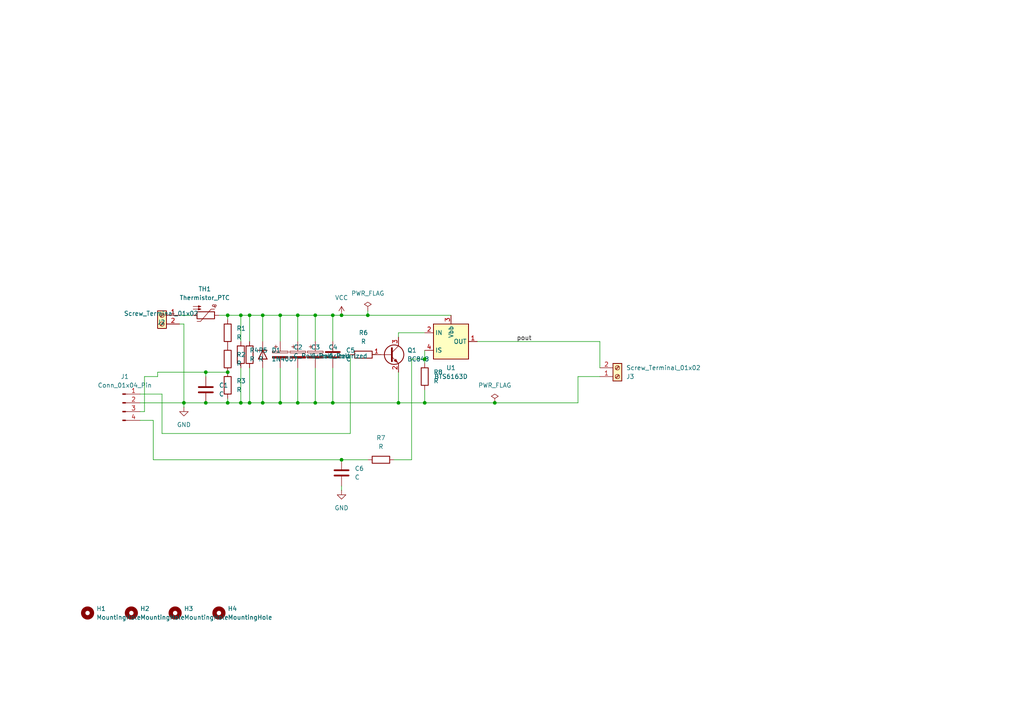
<source format=kicad_sch>
(kicad_sch (version 20250114) (generator "eeschema") (generator_version "9.0")
  (paper "A4")
  (lib_symbols
    (symbol "Connector:Conn_01x04_Pin" (pin_names (offset 1.016) (hide yes))
      (property "Reference" "J" (at 0 5.08 0))
      (property "Value" "Conn_01x04_Pin" (at 0 -7.62 0))
      (symbol "Conn_01x04_Pin_1_1"
        (rectangle (start 0.8636 2.667) (end 0 2.413) (stroke (width 0.1524)) (fill (type outline)))
        (rectangle (start 0.8636 0.127) (end 0 -0.127) (stroke (width 0.1524)) (fill (type outline)))
        (rectangle (start 0.8636 -2.413) (end 0 -2.667) (stroke (width 0.1524)) (fill (type outline)))
        (rectangle (start 0.8636 -4.953) (end 0 -5.207) (stroke (width 0.1524)) (fill (type outline)))
        (polyline (pts (xy 1.27 2.54) (xy 0.8636 2.54)) (stroke (width 0.1524)))
        (polyline (pts (xy 1.27 0) (xy 0.8636 0)) (stroke (width 0.1524)))
        (polyline (pts (xy 1.27 -2.54) (xy 0.8636 -2.54)) (stroke (width 0.1524)))
        (polyline (pts (xy 1.27 -5.08) (xy 0.8636 -5.08)) (stroke (width 0.1524)))
        (pin passive line (at 5.08 2.54 180) (length 3.81) (name "Pin_1") (number "1"))
        (pin passive line (at 5.08 0 180) (length 3.81) (name "Pin_2") (number "2"))
        (pin passive line (at 5.08 -2.54 180) (length 3.81) (name "Pin_3") (number "3"))
        (pin passive line (at 5.08 -5.08 180) (length 3.81) (name "Pin_4") (number "4"))
      )
    )
    (symbol "Connector:Screw_Terminal_01x02" (pin_names (offset 1.016) (hide yes))
      (property "Reference" "J" (at 0 2.54 0))
      (property "Value" "Screw_Terminal_01x02" (at 0 -5.08 0))
      (symbol "Screw_Terminal_01x02_1_1"
        (rectangle (start -1.27 1.27) (end 1.27 -3.81) (stroke (width 0.254)) (fill (type background)))
        (polyline (pts (xy -0.5334 0.3302) (xy 0.3302 -0.508)) (stroke (width 0.1524)))
        (polyline (pts (xy -0.5334 -2.2098) (xy 0.3302 -3.048)) (stroke (width 0.1524)))
        (polyline (pts (xy -0.3556 0.508) (xy 0.508 -0.3302)) (stroke (width 0.1524)))
        (polyline (pts (xy -0.3556 -2.032) (xy 0.508 -2.8702)) (stroke (width 0.1524)))
        (circle (center 0 0) (radius 0.635) (stroke (width 0.1524)))
        (circle (center 0 -2.54) (radius 0.635) (stroke (width 0.1524)))
        (pin passive line (at -5.08 0 0) (length 3.81) (name "Pin_1") (number "1"))
        (pin passive line (at -5.08 -2.54 0) (length 3.81) (name "Pin_2") (number "2"))
      )
    )
    (symbol "Device:C" (pin_numbers (hide yes)) (pin_names (offset 0.254))
      (property "Reference" "C" (at 0.635 2.54 0))
      (property "Value" "C" (at 0.635 -2.54 0))
      (symbol "C_0_1"
        (polyline (pts (xy -2.032 0.762) (xy 2.032 0.762)) (stroke (width 0.508)))
        (polyline (pts (xy -2.032 -0.762) (xy 2.032 -0.762)) (stroke (width 0.508)))
      )
      (symbol "C_1_1"
        (pin passive line (at 0 3.81 270) (length 2.794) (name "~") (number "1"))
        (pin passive line (at 0 -3.81 90) (length 2.794) (name "~") (number "2"))
      )
    )
    (symbol "Device:C_Polarized" (pin_numbers (hide yes)) (pin_names (offset 0.254))
      (property "Reference" "C" (at 0.635 2.54 0))
      (property "Value" "C_Polarized" (at 0.635 -2.54 0))
      (symbol "C_Polarized_0_1"
        (rectangle (start -2.286 0.508) (end 2.286 1.016))
        (polyline (pts (xy -1.778 2.286) (xy -0.762 2.286)))
        (polyline (pts (xy -1.27 2.794) (xy -1.27 1.778)))
        (rectangle (start 2.286 -0.508) (end -2.286 -1.016) (fill (type outline)))
      )
      (symbol "C_Polarized_1_1"
        (pin passive line (at 0 3.81 270) (length 2.794) (name "~") (number "1"))
        (pin passive line (at 0 -3.81 90) (length 2.794) (name "~") (number "2"))
      )
    )
    (symbol "Device:R" (pin_numbers (hide yes)) (pin_names (offset 0))
      (property "Reference" "R" (at 2.032 0 90))
      (property "Value" "R" (at 0 0 90))
      (symbol "R_0_1"
        (rectangle (start -1.016 -2.54) (end 1.016 2.54) (stroke (width 0.254)))
      )
      (symbol "R_1_1"
        (pin passive line (at 0 3.81 270) (length 1.27) (name "~") (number "1"))
        (pin passive line (at 0 -3.81 90) (length 1.27) (name "~") (number "2"))
      )
    )
    (symbol "Device:Thermistor_PTC" (pin_numbers (hide yes)) (pin_names (offset 0))
      (property "Reference" "TH" (at -4.064 0 90))
      (property "Value" "Thermistor_PTC" (at 3.048 0 90))
      (symbol "Thermistor_PTC_0_1"
        (arc (start -3.175 2.413) (mid -3.0506 2.3165) (end -3.048 2.159))
        (arc (start -3.048 2.794) (mid -2.9736 2.9736) (end -2.794 3.048))
        (arc (start -2.794 3.048) (mid -2.6144 2.9736) (end -2.54 2.794))
        (arc (start -2.794 2.54) (mid -2.9736 2.6144) (end -3.048 2.794))
        (arc (start -2.794 1.905) (mid -2.9736 1.9794) (end -3.048 2.159))
        (arc (start -2.54 2.159) (mid -2.6144 1.9794) (end -2.794 1.905))
        (arc (start -2.159 2.794) (mid -2.434 2.5608) (end -2.794 2.54))
        (polyline (pts (xy -2.54 2.159) (xy -2.54 2.794)))
        (polyline (pts (xy -2.54 -3.683) (xy -2.54 -1.397) (xy -2.794 -2.159) (xy -2.286 -2.159) (xy -2.54 -1.397) (xy -2.54 -1.651)) (fill (type outline)))
        (polyline (pts (xy -1.778 2.54) (xy -1.778 1.524) (xy 1.778 -1.524) (xy 1.778 -2.54)))
        (polyline (pts (xy -1.778 -3.683) (xy -1.778 -1.397) (xy -2.032 -2.159) (xy -1.524 -2.159) (xy -1.778 -1.397) (xy -1.778 -1.651)) (fill (type outline)))
        (rectangle (start -1.016 2.54) (end 1.016 -2.54) (stroke (width 0.254)))
      )
      (symbol "Thermistor_PTC_1_1"
        (pin passive line (at 0 3.81 270) (length 1.27) (name "~") (number "1"))
        (pin passive line (at 0 -3.81 90) (length 1.27) (name "~") (number "2"))
      )
    )
    (symbol "Diode:1N4007" (pin_numbers (hide yes)) (pin_names (hide yes))
      (property "Reference" "D" (at 0 2.54 0))
      (property "Value" "1N4007" (at 0 -2.54 0))
      (symbol "1N4007_0_1"
        (polyline (pts (xy -1.27 1.27) (xy -1.27 -1.27)) (stroke (width 0.254)))
        (polyline (pts (xy 1.27 1.27) (xy 1.27 -1.27) (xy -1.27 0) (xy 1.27 1.27)) (stroke (width 0.254)))
        (polyline (pts (xy 1.27 0) (xy -1.27 0)))
      )
      (symbol "1N4007_1_1"
        (pin passive line (at -3.81 0 0) (length 2.54) (name "K") (number "1"))
        (pin passive line (at 3.81 0 180) (length 2.54) (name "A") (number "2"))
      )
    )
    (symbol "Mechanical:MountingHole" (pin_names (offset 1.016)) (in_bom no)
      (property "Reference" "H" (at 0 5.08 0))
      (property "Value" "MountingHole" (at 0 3.175 0))
      (symbol "MountingHole_0_1"
        (circle (center 0 0) (radius 1.27) (stroke (width 1.27)))
      )
    )
    (symbol "Power_Management:BTS6163D"
      (property "Reference" "U" (at -5.08 6.35 0))
      (property "Value" "BTS6163D" (at 8.89 6.35 0))
      (symbol "BTS6163D_0_1"
        (rectangle (start -5.08 5.08) (end 5.08 -5.08) (stroke (width 0.254)) (fill (type background)))
      )
      (symbol "BTS6163D_1_1"
        (pin input line (at -7.62 2.54 0) (length 2.54) (name "IN") (number "2"))
        (pin output line (at -7.62 -2.54 0) (length 2.54) (name "IS") (number "4"))
        (pin power_in line (at 0 7.62 270) (length 2.54) (name "Vbb") (number "3"))
        (pin power_out line (at 7.62 0 180) (length 2.54) (name "OUT") (number "1"))
        (pin passive line (at 7.62 0 180) (length 2.54) (hide yes) (name "OUT") (number "5"))
      )
    )
    (symbol "Transistor_BJT:BC848" (pin_names (offset 0) (hide yes))
      (property "Reference" "Q" (at 5.08 1.905 0))
      (property "Value" "BC848" (at 5.08 0 0))
      (symbol "BC848_0_1"
        (polyline (pts (xy -2.54 0) (xy 0.635 0)))
        (polyline (pts (xy 0.635 1.905) (xy 0.635 -1.905)) (stroke (width 0.508)))
        (circle (center 1.27 0) (radius 2.8194) (stroke (width 0.254)))
      )
      (symbol "BC848_1_1"
        (polyline (pts (xy 0.635 0.635) (xy 2.54 2.54)))
        (polyline (pts (xy 0.635 -0.635) (xy 2.54 -2.54)))
        (polyline (pts (xy 1.27 -1.778) (xy 1.778 -1.27) (xy 2.286 -2.286) (xy 1.27 -1.778)) (fill (type outline)))
        (pin input line (at -5.08 0 0) (length 2.54) (name "B") (number "1"))
        (pin passive line (at 2.54 5.08 270) (length 2.54) (name "C") (number "3"))
        (pin passive line (at 2.54 -5.08 90) (length 2.54) (name "E") (number "2"))
      )
    )
    (symbol "power:GND" (power) (pin_numbers (hide yes)) (pin_names (offset 0) (hide yes))
      (property "Value" "GND" (at 0 -3.81 0))
      (symbol "GND_0_1"
        (polyline (pts (xy 0 0) (xy 0 -1.27) (xy 1.27 -1.27) (xy 0 -2.54) (xy -1.27 -1.27) (xy 0 -1.27)))
      )
      (symbol "GND_1_1"
        (pin power_in line (at 0 0 270) (length 0) (name "~") (number "1"))
      )
    )
    (symbol "power:PWR_FLAG" (power) (pin_numbers (hide yes)) (pin_names (offset 0) (hide yes))
      (property "Value" "PWR_FLAG" (at 0 3.81 0))
      (symbol "PWR_FLAG_0_0"
        (pin power_out line (at 0 0 90) (length 0) (name "~") (number "1"))
      )
      (symbol "PWR_FLAG_0_1"
        (polyline (pts (xy 0 0) (xy 0 1.27) (xy -1.016 1.905) (xy 0 2.54) (xy 1.016 1.905) (xy 0 1.27)))
      )
    )
    (symbol "power:VCC" (power) (pin_numbers (hide yes)) (pin_names (offset 0) (hide yes))
      (property "Value" "VCC" (at 0 3.556 0))
      (symbol "VCC_0_1"
        (polyline (pts (xy -0.762 1.27) (xy 0 2.54)))
        (polyline (pts (xy 0 2.54) (xy 0.762 1.27)))
        (polyline (pts (xy 0 0) (xy 0 2.54)))
      )
      (symbol "VCC_1_1"
        (pin power_in line (at 0 0 90) (length 0) (name "~") (number "1"))
      )
    )
  )
  (junction (at 72.39 116.84))
  (junction (at 66.04 91.44))
  (junction (at 86.36 91.44))
  (junction (at 53.34 116.84))
  (junction (at 76.2 91.44))
  (junction (at 123.19 116.84))
  (junction (at 91.44 116.84))
  (junction (at 59.69 116.84))
  (junction (at 106.68 91.44))
  (junction (at 143.51 116.84))
  (junction (at 96.52 116.84))
  (junction (at 99.06 133.35))
  (junction (at 115.57 116.84))
  (junction (at 96.52 91.44))
  (junction (at 76.2 116.84))
  (junction (at 123.19 104.14))
  (junction (at 81.28 91.44))
  (junction (at 91.44 91.44))
  (junction (at 69.85 91.44))
  (junction (at 99.06 91.44))
  (junction (at 66.04 116.84))
  (junction (at 81.28 116.84))
  (junction (at 59.69 107.95))
  (junction (at 86.36 116.84))
  (junction (at 72.39 91.44))
  (junction (at 69.85 116.84))
  (junction (at 66.04 107.95))
  (wire (pts (xy 86.36 91.44) (xy 86.36 99.06)))
  (wire (pts (xy 167.64 109.22) (xy 167.64 116.84)))
  (wire (pts (xy 106.68 90.17) (xy 106.68 91.44)))
  (wire (pts (xy 63.5 91.44) (xy 66.04 91.44)))
  (wire (pts (xy 40.64 116.84) (xy 53.34 116.84)))
  (wire (pts (xy 69.85 91.44) (xy 72.39 91.44)))
  (wire (pts (xy 41.91 119.38) (xy 41.91 109.22)))
  (wire (pts (xy 44.45 133.35) (xy 99.06 133.35)))
  (wire (pts (xy 66.04 116.84) (xy 69.85 116.84)))
  (wire (pts (xy 40.64 114.3) (xy 46.99 114.3)))
  (wire (pts (xy 72.39 91.44) (xy 72.39 99.06)))
  (wire (pts (xy 138.43 99.06) (xy 173.99 99.06)))
  (wire (pts (xy 46.99 125.73) (xy 101.6 125.73)))
  (wire (pts (xy 81.28 106.68) (xy 81.28 116.84)))
  (wire (pts (xy 76.2 106.68) (xy 76.2 116.84)))
  (wire (pts (xy 59.69 116.84) (xy 66.04 116.84)))
  (wire (pts (xy 44.45 121.92) (xy 40.64 121.92)))
  (wire (pts (xy 81.28 91.44) (xy 86.36 91.44)))
  (wire (pts (xy 143.51 116.84) (xy 167.64 116.84)))
  (wire (pts (xy 99.06 140.97) (xy 99.06 142.24)))
  (wire (pts (xy 96.52 106.68) (xy 96.52 116.84)))
  (wire (pts (xy 69.85 116.84) (xy 72.39 116.84)))
  (wire (pts (xy 66.04 92.71) (xy 66.04 91.44)))
  (wire (pts (xy 119.38 133.35) (xy 119.38 104.14)))
  (wire (pts (xy 91.44 91.44) (xy 91.44 99.06)))
  (wire (pts (xy 86.36 91.44) (xy 91.44 91.44)))
  (wire (pts (xy 72.39 91.44) (xy 76.2 91.44)))
  (wire (pts (xy 119.38 104.14) (xy 123.19 104.14)))
  (wire (pts (xy 66.04 115.57) (xy 66.04 116.84)))
  (wire (pts (xy 46.99 125.73) (xy 46.99 114.3)))
  (wire (pts (xy 52.07 93.98) (xy 53.34 93.98)))
  (wire (pts (xy 115.57 107.95) (xy 115.57 116.84)))
  (wire (pts (xy 72.39 106.68) (xy 72.39 116.84)))
  (wire (pts (xy 99.06 91.44) (xy 106.68 91.44)))
  (wire (pts (xy 53.34 118.11) (xy 53.34 116.84)))
  (wire (pts (xy 41.91 109.22) (xy 45.72 109.22)))
  (wire (pts (xy 52.07 91.44) (xy 55.88 91.44)))
  (wire (pts (xy 66.04 91.44) (xy 69.85 91.44)))
  (wire (pts (xy 81.28 116.84) (xy 86.36 116.84)))
  (wire (pts (xy 173.99 109.22) (xy 167.64 109.22)))
  (wire (pts (xy 69.85 91.44) (xy 69.85 99.06)))
  (wire (pts (xy 81.28 91.44) (xy 81.28 99.06)))
  (wire (pts (xy 115.57 96.52) (xy 123.19 96.52)))
  (wire (pts (xy 115.57 97.79) (xy 115.57 96.52)))
  (wire (pts (xy 76.2 91.44) (xy 76.2 99.06)))
  (wire (pts (xy 114.3 133.35) (xy 119.38 133.35)))
  (wire (pts (xy 91.44 91.44) (xy 96.52 91.44)))
  (wire (pts (xy 72.39 116.84) (xy 76.2 116.84)))
  (wire (pts (xy 91.44 106.68) (xy 91.44 116.84)))
  (wire (pts (xy 86.36 106.68) (xy 86.36 116.84)))
  (wire (pts (xy 45.72 107.95) (xy 59.69 107.95)))
  (wire (pts (xy 59.69 107.95) (xy 66.04 107.95)))
  (wire (pts (xy 130.81 91.44) (xy 106.68 91.44)))
  (wire (pts (xy 45.72 109.22) (xy 45.72 107.95)))
  (wire (pts (xy 86.36 116.84) (xy 91.44 116.84)))
  (wire (pts (xy 123.19 116.84) (xy 143.51 116.84)))
  (wire (pts (xy 173.99 106.68) (xy 173.99 99.06)))
  (wire (pts (xy 44.45 133.35) (xy 44.45 121.92)))
  (wire (pts (xy 76.2 91.44) (xy 81.28 91.44)))
  (wire (pts (xy 69.85 106.68) (xy 69.85 116.84)))
  (wire (pts (xy 59.69 107.95) (xy 59.69 109.22)))
  (wire (pts (xy 40.64 119.38) (xy 41.91 119.38)))
  (wire (pts (xy 76.2 116.84) (xy 81.28 116.84)))
  (wire (pts (xy 123.19 101.6) (xy 123.19 104.14)))
  (wire (pts (xy 109.22 102.87) (xy 107.95 102.87)))
  (wire (pts (xy 96.52 91.44) (xy 99.06 91.44)))
  (wire (pts (xy 53.34 93.98) (xy 53.34 116.84)))
  (wire (pts (xy 96.52 116.84) (xy 115.57 116.84)))
  (wire (pts (xy 123.19 113.03) (xy 123.19 116.84)))
  (wire (pts (xy 99.06 133.35) (xy 106.68 133.35)))
  (wire (pts (xy 91.44 116.84) (xy 96.52 116.84)))
  (wire (pts (xy 101.6 102.87) (xy 101.6 125.73)))
  (wire (pts (xy 115.57 116.84) (xy 123.19 116.84)))
  (wire (pts (xy 123.19 104.14) (xy 123.19 105.41)))
  (wire (pts (xy 53.34 116.84) (xy 59.69 116.84)))
  (wire (pts (xy 96.52 91.44) (xy 96.52 99.06)))
  (label "pout" (at 149.86 99.06 0))
  (symbol (lib_id "Transistor_BJT:BC848") (at 113.03 102.87 0) (unit 1)
    (property "Reference" "Q1" (at 118.11 101.5999 0) (effects (justify left)))
    (property "Value" "BC848" (at 118.11 104.1399 0) (effects (justify left)))
    (property "Footprint" "Package_TO_SOT_SMD:SOT-23" (effects (hide yes)))
    (property "Datasheet" "http://www.infineon.com/dgdl/Infineon-BC847SERIES_BC848SERIES_BC849SERIES_BC850SERIES-DS-v01_01-en.pdf?fileId=db3a304314dca389011541d4630a1657" (effects (hide yes)))
    (property "Description" "0.1A Ic, 30V Vce, NPN Transistor, SOT-23" (effects (hide yes)))
    (property "Sim.Device" "NPN" (effects (hide yes)))
    (property "Sim.Pins" "1=B 2=E 3=C" (effects (hide yes)))
  )
  (symbol (lib_id "Connector:Screw_Terminal_01x02") (at 179.07 109.22 0) (mirror x) (unit 1)
    (property "Reference" "J3" (at 181.61 109.2201 0) (effects (justify left)))
    (property "Value" "Screw_Terminal_01x02" (at 181.61 106.6801 0) (effects (justify left)))
    (property "Footprint" "TerminalBlock_Phoenix:TerminalBlock_Phoenix_MKDS-1,5-2-5.08_1x02_P5.08mm_Horizontal" (effects (hide yes)))
    (property "Description" "Generic screw terminal, single row, 01x02, script generated (kicad-library-utils/schlib/autogen/connector/)" (effects (hide yes)))
  )
  (symbol (lib_id "Device:C_Polarized") (at 91.44 102.87 0) (unit 1)
    (property "Reference" "C4" (at 95.25 100.7109 0) (effects (justify left)))
    (property "Value" "C_Polarized" (at 95.25 103.2509 0) (effects (justify left)))
    (property "Footprint" "Capacitor_THT:CP_Radial_D26.0mm_P10.00mm_SnapIn" (effects (hide yes)))
    (property "Description" "Polarized capacitor" (effects (hide yes)))
  )
  (symbol (lib_id "power:GND") (at 99.06 142.24 0) (unit 1)
    (property "Reference" "#PWR03" (effects (hide yes)))
    (property "Value" "GND" (at 99.06 147.32 0))
    (property "Description" "Power symbol creates a global label with name \"GND\" , ground" (effects (hide yes)))
  )
  (symbol (lib_id "Diode:1N4007") (at 76.2 102.87 270) (unit 1)
    (property "Reference" "D1" (at 78.74 101.5999 90) (effects (justify left)))
    (property "Value" "1N4007" (at 78.74 104.1399 90) (effects (justify left)))
    (property "Footprint" "Diode_THT:D_DO-41_SOD81_P10.16mm_Horizontal" (effects (hide yes)))
    (property "Datasheet" "http://www.vishay.com/docs/88503/1n4001.pdf" (effects (hide yes)))
    (property "Description" "1000V 1A General Purpose Rectifier Diode, DO-41" (effects (hide yes)))
    (property "Sim.Device" "D" (effects (hide yes)))
    (property "Sim.Pins" "1=K 2=A" (effects (hide yes)))
  )
  (symbol (lib_id "Device:R") (at 66.04 104.14 180) (unit 1)
    (property "Reference" "R2" (at 68.58 102.8699 0) (effects (justify right)))
    (property "Value" "R" (at 68.58 105.4099 0) (effects (justify right)))
    (property "Footprint" "Resistor_SMD:R_0805_2012Metric_Pad1.20x1.40mm_HandSolder" (effects (hide yes)))
    (property "Description" "Resistor" (effects (hide yes)))
  )
  (symbol (lib_id "Device:C") (at 59.69 113.03 0) (unit 1)
    (property "Reference" "C1" (at 63.5 111.7599 0) (effects (justify left)))
    (property "Value" "C" (at 63.5 114.2999 0) (effects (justify left)))
    (property "Footprint" "Capacitor_SMD:C_0805_2012Metric_Pad1.18x1.45mm_HandSolder" (effects (hide yes)))
    (property "Description" "Unpolarized capacitor" (effects (hide yes)))
  )
  (symbol (lib_id "Device:R") (at 66.04 111.76 180) (unit 1)
    (property "Reference" "R3" (at 68.58 110.4899 0) (effects (justify right)))
    (property "Value" "R" (at 68.58 113.0299 0) (effects (justify right)))
    (property "Footprint" "Resistor_SMD:R_0805_2012Metric_Pad1.20x1.40mm_HandSolder" (effects (hide yes)))
    (property "Description" "Resistor" (effects (hide yes)))
  )
  (symbol (lib_id "Mechanical:MountingHole") (at 25.4 177.8 0) (unit 1) (in_bom no)
    (property "Reference" "H1" (at 27.94 176.5299 0) (effects (justify left)))
    (property "Value" "MountingHole" (at 27.94 179.0699 0) (effects (justify left)))
    (property "Footprint" "MountingHole:MountingHole_3.2mm_M3" (effects (hide yes)))
    (property "Description" "Mounting Hole without connection" (effects (hide yes)))
  )
  (symbol (lib_id "Device:R") (at 69.85 102.87 0) (unit 1)
    (property "Reference" "R4" (at 72.39 101.5999 0) (effects (justify left)))
    (property "Value" "R" (at 72.39 104.1399 0) (effects (justify left)))
    (property "Footprint" "Resistor_THT:R_Axial_DIN0309_L9.0mm_D3.2mm_P12.70mm_Horizontal" (effects (hide yes)))
    (property "Description" "Resistor" (effects (hide yes)))
  )
  (symbol (lib_id "Mechanical:MountingHole") (at 50.8 177.8 0) (unit 1) (in_bom no)
    (property "Reference" "H3" (at 53.34 176.5299 0) (effects (justify left)))
    (property "Value" "MountingHole" (at 53.34 179.0699 0) (effects (justify left)))
    (property "Footprint" "MountingHole:MountingHole_3.2mm_M3" (effects (hide yes)))
    (property "Description" "Mounting Hole without connection" (effects (hide yes)))
  )
  (symbol (lib_id "Connector:Conn_01x04_Pin") (at 35.56 116.84 0) (unit 1)
    (property "Reference" "J1" (at 36.195 109.22 0))
    (property "Value" "Conn_01x04_Pin" (at 36.195 111.76 0))
    (property "Footprint" "Connector_PinHeader_2.54mm:PinHeader_1x04_P2.54mm_Vertical" (effects (hide yes)))
    (property "Description" "Generic connector, single row, 01x04, script generated" (effects (hide yes)))
  )
  (symbol (lib_id "Connector:Screw_Terminal_01x02") (at 46.99 91.44 0) (mirror y) (unit 1)
    (property "Reference" "J2" (at 46.736 93.472 0))
    (property "Value" "Screw_Terminal_01x02" (at 46.736 90.932 0))
    (property "Footprint" "TerminalBlock_Phoenix:TerminalBlock_Phoenix_MKDS-1,5-2-5.08_1x02_P5.08mm_Horizontal" (effects (hide yes)))
    (property "Description" "Generic screw terminal, single row, 01x02, script generated (kicad-library-utils/schlib/autogen/connector/)" (effects (hide yes)))
  )
  (symbol (lib_id "Device:C_Polarized") (at 86.36 102.87 0) (unit 1)
    (property "Reference" "C3" (at 90.17 100.7109 0) (effects (justify left)))
    (property "Value" "C_Polarized" (at 90.17 103.2509 0) (effects (justify left)))
    (property "Footprint" "Capacitor_THT:CP_Radial_D26.0mm_P10.00mm_SnapIn" (effects (hide yes)))
    (property "Description" "Polarized capacitor" (effects (hide yes)))
  )
  (symbol (lib_id "Device:C") (at 99.06 137.16 0) (unit 1)
    (property "Reference" "C6" (at 102.87 135.8899 0) (effects (justify left)))
    (property "Value" "C" (at 102.87 138.4299 0) (effects (justify left)))
    (property "Footprint" "Capacitor_SMD:C_0805_2012Metric_Pad1.18x1.45mm_HandSolder" (effects (hide yes)))
    (property "Description" "Unpolarized capacitor" (effects (hide yes)))
  )
  (symbol (lib_id "Device:C_Polarized") (at 81.28 102.87 0) (unit 1)
    (property "Reference" "C2" (at 85.09 100.7109 0) (effects (justify left)))
    (property "Value" "C_Polarized" (at 85.09 103.2509 0) (effects (justify left)))
    (property "Footprint" "Capacitor_THT:CP_Radial_D26.0mm_P10.00mm_SnapIn" (effects (hide yes)))
    (property "Description" "Polarized capacitor" (effects (hide yes)))
  )
  (symbol (lib_id "Mechanical:MountingHole") (at 63.5 177.8 0) (unit 1) (in_bom no)
    (property "Reference" "H4" (at 66.04 176.5299 0) (effects (justify left)))
    (property "Value" "MountingHole" (at 66.04 179.0699 0) (effects (justify left)))
    (property "Footprint" "MountingHole:MountingHole_3.2mm_M3" (effects (hide yes)))
    (property "Description" "Mounting Hole without connection" (effects (hide yes)))
  )
  (symbol (lib_id "Device:R") (at 66.04 96.52 180) (unit 1)
    (property "Reference" "R1" (at 68.58 95.2499 0) (effects (justify right)))
    (property "Value" "R" (at 68.58 97.7899 0) (effects (justify right)))
    (property "Footprint" "Resistor_SMD:R_0805_2012Metric_Pad1.20x1.40mm_HandSolder" (effects (hide yes)))
    (property "Description" "Resistor" (effects (hide yes)))
  )
  (symbol (lib_id "power:PWR_FLAG") (at 143.51 116.84 0) (unit 1)
    (property "Reference" "#FLG02" (effects (hide yes)))
    (property "Value" "PWR_FLAG" (at 143.51 111.76 0))
    (property "Description" "Special symbol for telling ERC where power comes from" (effects (hide yes)))
  )
  (symbol (lib_id "Device:R") (at 110.49 133.35 90) (unit 1)
    (property "Reference" "R7" (at 110.49 127 90))
    (property "Value" "R" (at 110.49 129.54 90))
    (property "Footprint" "Resistor_SMD:R_0805_2012Metric_Pad1.20x1.40mm_HandSolder" (effects (hide yes)))
    (property "Description" "Resistor" (effects (hide yes)))
  )
  (symbol (lib_id "Mechanical:MountingHole") (at 38.1 177.8 0) (unit 1) (in_bom no)
    (property "Reference" "H2" (at 40.64 176.5299 0) (effects (justify left)))
    (property "Value" "MountingHole" (at 40.64 179.0699 0) (effects (justify left)))
    (property "Footprint" "MountingHole:MountingHole_3.2mm_M3" (effects (hide yes)))
    (property "Description" "Mounting Hole without connection" (effects (hide yes)))
  )
  (symbol (lib_id "Device:C") (at 96.52 102.87 0) (unit 1)
    (property "Reference" "C5" (at 100.33 101.5999 0) (effects (justify left)))
    (property "Value" "C" (at 100.33 104.1399 0) (effects (justify left)))
    (property "Footprint" "Capacitor_THT:C_Rect_L7.2mm_W4.5mm_P5.00mm_FKS2_FKP2_MKS2_MKP2" (effects (hide yes)))
    (property "Description" "Unpolarized capacitor" (effects (hide yes)))
  )
  (symbol (lib_id "power:VCC") (at 99.06 91.44 0) (unit 1)
    (property "Reference" "#PWR02" (effects (hide yes)))
    (property "Value" "VCC" (at 99.06 86.36 0))
    (property "Description" "Power symbol creates a global label with name \"VCC\"" (effects (hide yes)))
  )
  (symbol (lib_id "Device:Thermistor_PTC") (at 59.69 91.44 270) (unit 1)
    (property "Reference" "TH1" (at 59.3725 83.82 90))
    (property "Value" "Thermistor_PTC" (at 59.3725 86.36 90))
    (property "Footprint" "Varistor:RV_Disc_D9mm_W3.3mm_P5mm" (effects (hide yes)))
    (property "Description" "Temperature dependent resistor, positive temperature coefficient" (effects (hide yes)))
  )
  (symbol (lib_id "Device:R") (at 105.41 102.87 90) (unit 1)
    (property "Reference" "R6" (at 105.41 96.52 90))
    (property "Value" "R" (at 105.41 99.06 90))
    (property "Footprint" "Resistor_SMD:R_0805_2012Metric_Pad1.20x1.40mm_HandSolder" (effects (hide yes)))
    (property "Description" "Resistor" (effects (hide yes)))
  )
  (symbol (lib_id "Device:R") (at 72.39 102.87 0) (unit 1)
    (property "Reference" "R5" (at 74.93 101.5999 0) (effects (justify left)))
    (property "Value" "R" (at 74.93 104.1399 0) (effects (justify left)))
    (property "Footprint" "Resistor_THT:R_Axial_DIN0309_L9.0mm_D3.2mm_P12.70mm_Horizontal" (effects (hide yes)))
    (property "Description" "Resistor" (effects (hide yes)))
  )
  (symbol (lib_id "power:GND") (at 53.34 118.11 0) (unit 1)
    (property "Reference" "#PWR01" (effects (hide yes)))
    (property "Value" "GND" (at 53.34 123.19 0))
    (property "Description" "Power symbol creates a global label with name \"GND\" , ground" (effects (hide yes)))
  )
  (symbol (lib_id "power:PWR_FLAG") (at 106.68 90.17 0) (unit 1)
    (property "Reference" "#FLG01" (effects (hide yes)))
    (property "Value" "PWR_FLAG" (at 106.68 85.09 0))
    (property "Description" "Special symbol for telling ERC where power comes from" (effects (hide yes)))
  )
  (symbol (lib_id "Device:R") (at 123.19 109.22 0) (unit 1)
    (property "Reference" "R8" (at 125.73 107.9499 0) (effects (justify left)))
    (property "Value" "R" (at 125.73 110.4899 0) (effects (justify left)))
    (property "Footprint" "Resistor_SMD:R_0805_2012Metric_Pad1.20x1.40mm_HandSolder" (effects (hide yes)))
    (property "Description" "Resistor" (effects (hide yes)))
  )
  (symbol (lib_id "Power_Management:BTS6163D") (at 130.81 99.06 0) (unit 1)
    (property "Reference" "U1" (at 130.81 106.68 0))
    (property "Value" "BTS6163D" (at 130.81 109.22 0))
    (property "Footprint" "Package_TO_SOT_SMD:TO-252-4" (effects (hide yes)))
    (property "Datasheet" "http://www.infineon.com/dgdl/Infineon-BTS6163D-DS-v01_00-EN.pdf?fileId=5546d4625a888733015aa3da01a1101e" (effects (hide yes)))
    (property "Description" "Smart High-Side Power Switch, PROFET, Single, 20mOhm, 5.5A, 62V, TO252-5" (effects (hide yes)))
  )
)
</source>
